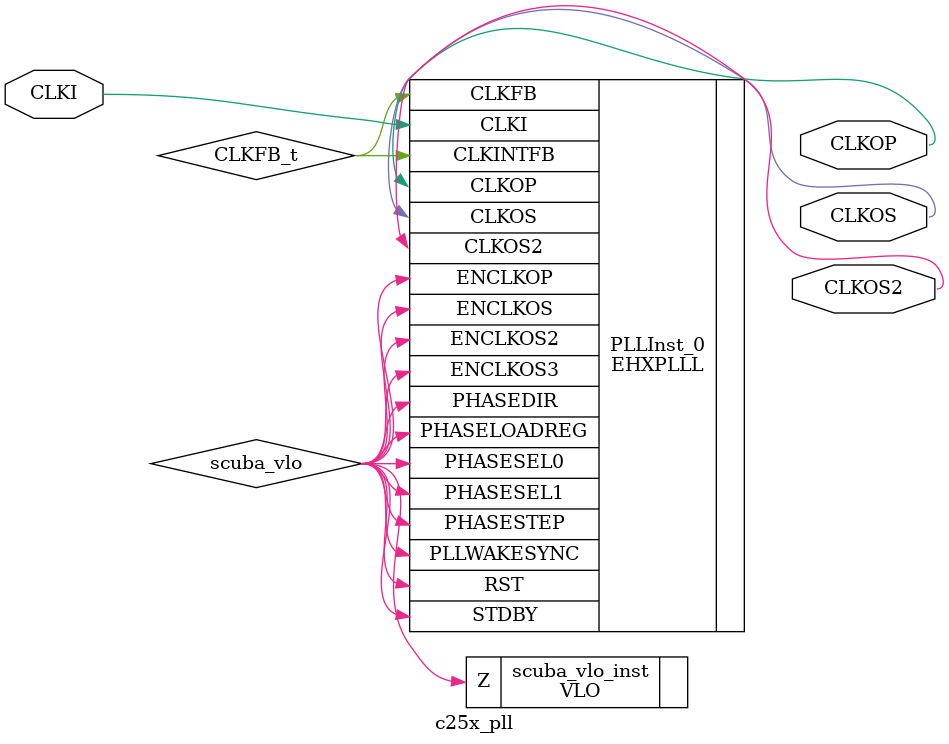
<source format=v>

module c25x_pll (CLKI, CLKOP, CLKOS, CLKOS2) /* synthesis NGD_DRC_MASK=1, syn_module_defined=1 */ ;   // d:/programs/fpga/c252/c25x_21110116_encoder/c25x_fpga_ip/c25x_pll/c25x_pll.v(8[8:16])
    input CLKI;   // d:/programs/fpga/c252/c25x_21110116_encoder/c25x_fpga_ip/c25x_pll/c25x_pll.v(9[16:20])
    output CLKOP;   // d:/programs/fpga/c252/c25x_21110116_encoder/c25x_fpga_ip/c25x_pll/c25x_pll.v(10[17:22])
    output CLKOS;   // d:/programs/fpga/c252/c25x_21110116_encoder/c25x_fpga_ip/c25x_pll/c25x_pll.v(11[17:22])
    output CLKOS2;   // d:/programs/fpga/c252/c25x_21110116_encoder/c25x_fpga_ip/c25x_pll/c25x_pll.v(12[17:23])
    
    wire CLKI /* synthesis is_clock=1 */ ;   // d:/programs/fpga/c252/c25x_21110116_encoder/c25x_fpga_ip/c25x_pll/c25x_pll.v(9[16:20])
    
    wire CLKFB_t, scuba_vlo, VCC_net;
    
    VLO scuba_vlo_inst (.Z(scuba_vlo));
    EHXPLLL PLLInst_0 (.CLKI(CLKI), .CLKFB(CLKFB_t), .PHASESEL0(scuba_vlo), 
            .PHASESEL1(scuba_vlo), .PHASEDIR(scuba_vlo), .PHASESTEP(scuba_vlo), 
            .PHASELOADREG(scuba_vlo), .STDBY(scuba_vlo), .PLLWAKESYNC(scuba_vlo), 
            .RST(scuba_vlo), .ENCLKOP(scuba_vlo), .ENCLKOS(scuba_vlo), 
            .ENCLKOS2(scuba_vlo), .ENCLKOS3(scuba_vlo), .CLKOP(CLKOP), 
            .CLKOS(CLKOS), .CLKOS2(CLKOS2), .CLKINTFB(CLKFB_t)) /* synthesis FREQUENCY_PIN_CLKOS2="100.000000", FREQUENCY_PIN_CLKOS="50.000000", FREQUENCY_PIN_CLKOP="50.000000", FREQUENCY_PIN_CLKI="50.000000", ICP_CURRENT="12", LPF_RESISTOR="8", syn_instantiated=1 */ ;
    defparam PLLInst_0.CLKI_DIV = 1;
    defparam PLLInst_0.CLKFB_DIV = 1;
    defparam PLLInst_0.CLKOP_DIV = 12;
    defparam PLLInst_0.CLKOS_DIV = 12;
    defparam PLLInst_0.CLKOS2_DIV = 6;
    defparam PLLInst_0.CLKOS3_DIV = 1;
    defparam PLLInst_0.CLKOP_ENABLE = "ENABLED";
    defparam PLLInst_0.CLKOS_ENABLE = "ENABLED";
    defparam PLLInst_0.CLKOS2_ENABLE = "ENABLED";
    defparam PLLInst_0.CLKOS3_ENABLE = "DISABLED";
    defparam PLLInst_0.CLKOP_CPHASE = 11;
    defparam PLLInst_0.CLKOS_CPHASE = 14;
    defparam PLLInst_0.CLKOS2_CPHASE = 5;
    defparam PLLInst_0.CLKOS3_CPHASE = 0;
    defparam PLLInst_0.CLKOP_FPHASE = 0;
    defparam PLLInst_0.CLKOS_FPHASE = 0;
    defparam PLLInst_0.CLKOS2_FPHASE = 0;
    defparam PLLInst_0.CLKOS3_FPHASE = 0;
    defparam PLLInst_0.FEEDBK_PATH = "INT_OP";
    defparam PLLInst_0.CLKOP_TRIM_POL = "FALLING";
    defparam PLLInst_0.CLKOP_TRIM_DELAY = 0;
    defparam PLLInst_0.CLKOS_TRIM_POL = "FALLING";
    defparam PLLInst_0.CLKOS_TRIM_DELAY = 0;
    defparam PLLInst_0.OUTDIVIDER_MUXA = "DIVA";
    defparam PLLInst_0.OUTDIVIDER_MUXB = "DIVB";
    defparam PLLInst_0.OUTDIVIDER_MUXC = "DIVC";
    defparam PLLInst_0.OUTDIVIDER_MUXD = "DIVD";
    defparam PLLInst_0.PLL_LOCK_MODE = 0;
    defparam PLLInst_0.PLL_LOCK_DELAY = 200;
    defparam PLLInst_0.STDBY_ENABLE = "DISABLED";
    defparam PLLInst_0.REFIN_RESET = "DISABLED";
    defparam PLLInst_0.SYNC_ENABLE = "DISABLED";
    defparam PLLInst_0.INT_LOCK_STICKY = "ENABLED";
    defparam PLLInst_0.DPHASE_SOURCE = "DISABLED";
    defparam PLLInst_0.PLLRST_ENA = "DISABLED";
    defparam PLLInst_0.INTFB_WAKE = "DISABLED";
    GSR GSR_INST (.GSR(VCC_net));
    PUR PUR_INST (.PUR(VCC_net));
    defparam PUR_INST.RST_PULSE = 1;
    VHI i85 (.Z(VCC_net));
    
endmodule
//
// Verilog Description of module PUR
// module not written out since it is a black-box. 
//


</source>
